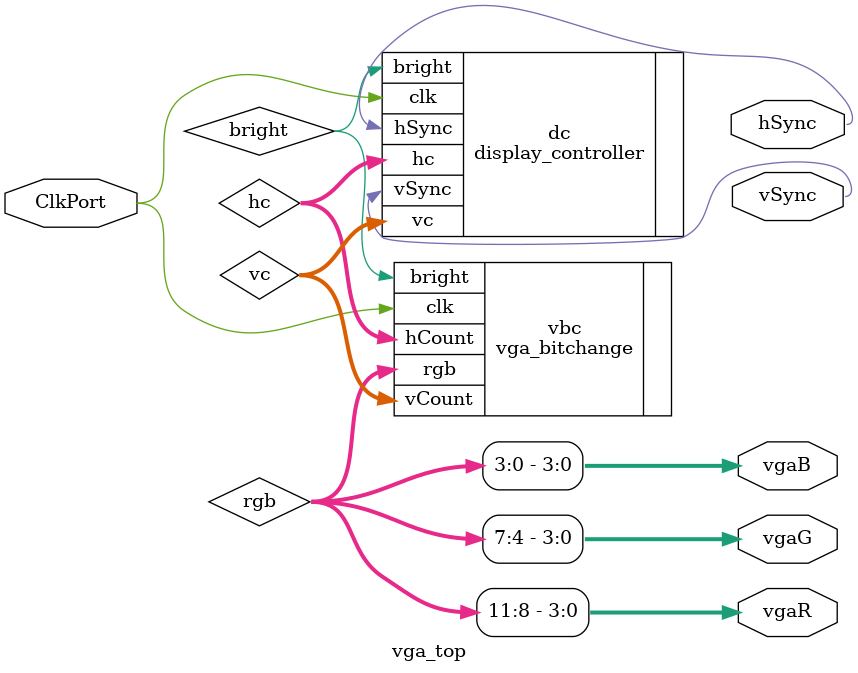
<source format=v>
`timescale 1ns / 1ps
module vga_top(
	input ClkPort,
	
	//VGA signal
	output hSync, vSync,
	output [3:0] vgaR, vgaG, vgaB,
	);
	
	wire bright;
	wire[9:0] hc, vc;
	wire [11:0] rgb;
	
	display_controller dc(.clk(ClkPort), .hSync(hSync), .vSync(vSync), .bright(bright), .hc(hc), .vc(vc));
	vga_bitchange vbc(.clk(ClkPort), .bright(bright), .hCount(hc), .vCount(vc), .rgb(rgb));
	
	assign vgaR = rgb[11 : 8];
	assign vgaG = rgb[7  : 4];
	assign vgaB = rgb[3  : 0];
endmodule

</source>
